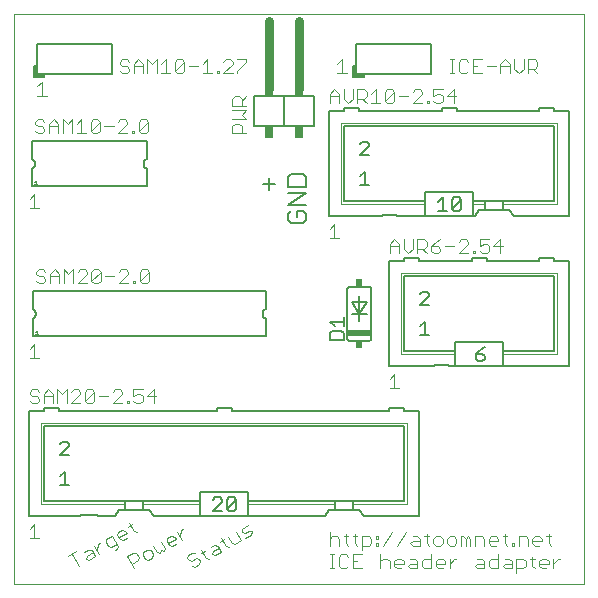
<source format=gto>
G75*
%MOIN*%
%OFA0B0*%
%FSLAX24Y24*%
%IPPOS*%
%LPD*%
%AMOC8*
5,1,8,0,0,1.08239X$1,22.5*
%
%ADD10C,0.0000*%
%ADD11C,0.0040*%
%ADD12C,0.0050*%
%ADD13C,0.0060*%
%ADD14C,0.0020*%
%ADD15C,0.0080*%
%ADD16C,0.0010*%
%ADD17R,0.0800X0.0200*%
%ADD18R,0.0200X0.0250*%
%ADD19C,0.0300*%
%ADD20R,0.0300X0.0200*%
%ADD21R,0.0300X0.0400*%
D10*
X001150Y001150D02*
X001150Y020150D01*
X020150Y020150D01*
X020150Y001150D01*
X001150Y001150D01*
D11*
X001670Y002670D02*
X001977Y002670D01*
X001823Y002670D02*
X001823Y003130D01*
X001670Y002977D01*
X002947Y002076D02*
X003213Y002229D01*
X003080Y002153D02*
X003310Y001754D01*
X003537Y001974D02*
X003565Y002079D01*
X003765Y002194D01*
X003726Y002260D02*
X003842Y002061D01*
X003642Y001946D01*
X003537Y001974D01*
X003489Y002212D02*
X003622Y002288D01*
X003726Y002260D01*
X003898Y002271D02*
X003954Y002480D01*
X004020Y002519D01*
X004192Y002529D02*
X004220Y002634D01*
X004419Y002749D01*
X004611Y002417D01*
X004583Y002312D01*
X004516Y002273D01*
X004373Y002368D02*
X004572Y002483D01*
X004667Y002626D02*
X004590Y002759D01*
X004618Y002864D01*
X004751Y002941D01*
X004856Y002913D01*
X004894Y002846D01*
X004629Y002693D01*
X004667Y002626D02*
X004772Y002598D01*
X004905Y002675D01*
X005132Y002895D02*
X005237Y002867D01*
X005132Y002895D02*
X004979Y003161D01*
X004951Y003056D02*
X005084Y003132D01*
X004373Y002368D02*
X004268Y002396D01*
X004192Y002529D01*
X003821Y002404D02*
X003974Y002138D01*
X004915Y002076D02*
X005115Y002191D01*
X005219Y002163D01*
X005296Y002030D01*
X005268Y001925D01*
X005069Y001810D01*
X005146Y001677D02*
X004915Y002076D01*
X005429Y002107D02*
X005506Y001974D01*
X005611Y001946D01*
X005744Y002023D01*
X005772Y002127D01*
X005695Y002260D01*
X005590Y002288D01*
X005457Y002212D01*
X005429Y002107D01*
X005789Y002404D02*
X005905Y002204D01*
X006009Y002176D01*
X006037Y002281D01*
X006142Y002253D01*
X006170Y002358D01*
X006055Y002557D01*
X006227Y002567D02*
X006303Y002434D01*
X006408Y002406D01*
X006541Y002483D01*
X006531Y002654D02*
X006265Y002501D01*
X006227Y002567D02*
X006255Y002672D01*
X006388Y002749D01*
X006492Y002721D01*
X006531Y002654D01*
X006664Y002731D02*
X006720Y002941D01*
X006786Y002979D01*
X006587Y002864D02*
X006740Y002598D01*
X006950Y002114D02*
X007083Y002191D01*
X007188Y002163D01*
X007198Y001992D02*
X007303Y001964D01*
X007341Y001897D01*
X007313Y001792D01*
X007180Y001716D01*
X007076Y001744D01*
X007065Y001915D02*
X007198Y001992D01*
X007065Y001915D02*
X006961Y001943D01*
X006922Y002010D01*
X006950Y002114D01*
X007359Y002173D02*
X007492Y002250D01*
X007387Y002278D02*
X007541Y002012D01*
X007646Y001984D01*
X007740Y002127D02*
X007768Y002232D01*
X007968Y002347D01*
X007929Y002414D02*
X008044Y002214D01*
X007845Y002099D01*
X007740Y002127D01*
X007692Y002365D02*
X007824Y002442D01*
X007929Y002414D01*
X008024Y002557D02*
X008157Y002634D01*
X008052Y002662D02*
X008205Y002396D01*
X008310Y002368D01*
X008405Y002511D02*
X008509Y002483D01*
X008709Y002598D01*
X008555Y002864D01*
X008727Y002874D02*
X008755Y002979D01*
X008954Y003094D01*
X008964Y002923D02*
X008831Y002846D01*
X008727Y002874D01*
X008842Y002675D02*
X009041Y002790D01*
X009069Y002895D01*
X008964Y002923D01*
X008405Y002511D02*
X008290Y002710D01*
X011670Y002650D02*
X011747Y002727D01*
X011900Y002727D01*
X011977Y002650D01*
X011977Y002420D01*
X012207Y002497D02*
X012284Y002420D01*
X012207Y002497D02*
X012207Y002804D01*
X012130Y002727D02*
X012284Y002727D01*
X012437Y002727D02*
X012591Y002727D01*
X012514Y002804D02*
X012514Y002497D01*
X012591Y002420D01*
X012744Y002420D02*
X012974Y002420D01*
X013051Y002497D01*
X013051Y002650D01*
X012974Y002727D01*
X012744Y002727D01*
X012744Y002267D01*
X012744Y002130D02*
X012437Y002130D01*
X012437Y001670D01*
X012744Y001670D01*
X012591Y001900D02*
X012437Y001900D01*
X012284Y001747D02*
X012207Y001670D01*
X012054Y001670D01*
X011977Y001747D01*
X011977Y002054D01*
X012054Y002130D01*
X012207Y002130D01*
X012284Y002054D01*
X011823Y002130D02*
X011670Y002130D01*
X011747Y002130D02*
X011747Y001670D01*
X011823Y001670D02*
X011670Y001670D01*
X011670Y002420D02*
X011670Y002880D01*
X013205Y002727D02*
X013205Y002650D01*
X013281Y002650D01*
X013281Y002727D01*
X013205Y002727D01*
X013205Y002497D02*
X013205Y002420D01*
X013281Y002420D01*
X013281Y002497D01*
X013205Y002497D01*
X013358Y002130D02*
X013358Y001670D01*
X013358Y001900D02*
X013435Y001977D01*
X013588Y001977D01*
X013665Y001900D01*
X013665Y001670D01*
X013818Y001747D02*
X013818Y001900D01*
X013895Y001977D01*
X014049Y001977D01*
X014125Y001900D01*
X014125Y001823D01*
X013818Y001823D01*
X013818Y001747D02*
X013895Y001670D01*
X014049Y001670D01*
X014279Y001747D02*
X014356Y001670D01*
X014586Y001670D01*
X014586Y001900D01*
X014509Y001977D01*
X014356Y001977D01*
X014356Y001823D02*
X014586Y001823D01*
X014739Y001747D02*
X014816Y001670D01*
X015046Y001670D01*
X015046Y002130D01*
X015046Y001977D02*
X014816Y001977D01*
X014739Y001900D01*
X014739Y001747D01*
X014356Y001823D02*
X014279Y001747D01*
X014432Y002420D02*
X014356Y002497D01*
X014432Y002573D01*
X014663Y002573D01*
X014663Y002650D02*
X014663Y002420D01*
X014432Y002420D01*
X014432Y002727D02*
X014586Y002727D01*
X014663Y002650D01*
X014816Y002727D02*
X014969Y002727D01*
X014893Y002804D02*
X014893Y002497D01*
X014969Y002420D01*
X015123Y002497D02*
X015200Y002420D01*
X015353Y002420D01*
X015430Y002497D01*
X015430Y002650D01*
X015353Y002727D01*
X015200Y002727D01*
X015123Y002650D01*
X015123Y002497D01*
X015583Y002497D02*
X015660Y002420D01*
X015814Y002420D01*
X015890Y002497D01*
X015890Y002650D01*
X015814Y002727D01*
X015660Y002727D01*
X015583Y002650D01*
X015583Y002497D01*
X016044Y002420D02*
X016044Y002727D01*
X016120Y002727D01*
X016197Y002650D01*
X016274Y002727D01*
X016351Y002650D01*
X016351Y002420D01*
X016504Y002420D02*
X016504Y002727D01*
X016734Y002727D01*
X016811Y002650D01*
X016811Y002420D01*
X016965Y002497D02*
X016965Y002650D01*
X017041Y002727D01*
X017195Y002727D01*
X017271Y002650D01*
X017271Y002573D01*
X016965Y002573D01*
X016965Y002497D02*
X017041Y002420D01*
X017195Y002420D01*
X017271Y002130D02*
X017271Y001670D01*
X017041Y001670D01*
X016965Y001747D01*
X016965Y001900D01*
X017041Y001977D01*
X017271Y001977D01*
X017502Y001977D02*
X017655Y001977D01*
X017732Y001900D01*
X017732Y001670D01*
X017502Y001670D01*
X017425Y001747D01*
X017502Y001823D01*
X017732Y001823D01*
X017885Y001670D02*
X018115Y001670D01*
X018192Y001747D01*
X018192Y001900D01*
X018115Y001977D01*
X017885Y001977D01*
X017885Y001517D01*
X018422Y001747D02*
X018499Y001670D01*
X018422Y001747D02*
X018422Y002054D01*
X018346Y001977D02*
X018499Y001977D01*
X018653Y001900D02*
X018729Y001977D01*
X018883Y001977D01*
X018960Y001900D01*
X018960Y001823D01*
X018653Y001823D01*
X018653Y001747D02*
X018653Y001900D01*
X018653Y001747D02*
X018729Y001670D01*
X018883Y001670D01*
X019113Y001670D02*
X019113Y001977D01*
X019266Y001977D02*
X019113Y001823D01*
X019266Y001977D02*
X019343Y001977D01*
X019036Y002420D02*
X018960Y002497D01*
X018960Y002804D01*
X018883Y002727D02*
X019036Y002727D01*
X018729Y002650D02*
X018729Y002573D01*
X018422Y002573D01*
X018422Y002497D02*
X018422Y002650D01*
X018499Y002727D01*
X018653Y002727D01*
X018729Y002650D01*
X018653Y002420D02*
X018499Y002420D01*
X018422Y002497D01*
X018269Y002420D02*
X018269Y002650D01*
X018192Y002727D01*
X017962Y002727D01*
X017962Y002420D01*
X017809Y002420D02*
X017732Y002420D01*
X017732Y002497D01*
X017809Y002497D01*
X017809Y002420D01*
X017578Y002420D02*
X017502Y002497D01*
X017502Y002804D01*
X017425Y002727D02*
X017578Y002727D01*
X016811Y001900D02*
X016811Y001670D01*
X016581Y001670D01*
X016504Y001747D01*
X016581Y001823D01*
X016811Y001823D01*
X016811Y001900D02*
X016734Y001977D01*
X016581Y001977D01*
X016197Y002420D02*
X016197Y002650D01*
X015890Y001977D02*
X015814Y001977D01*
X015660Y001823D01*
X015660Y001670D02*
X015660Y001977D01*
X015507Y001900D02*
X015507Y001823D01*
X015200Y001823D01*
X015200Y001747D02*
X015200Y001900D01*
X015276Y001977D01*
X015430Y001977D01*
X015507Y001900D01*
X015430Y001670D02*
X015276Y001670D01*
X015200Y001747D01*
X013895Y002420D02*
X014202Y002880D01*
X013742Y002880D02*
X013435Y002420D01*
X013670Y007670D02*
X013977Y007670D01*
X013823Y007670D02*
X013823Y008130D01*
X013670Y007977D01*
X013670Y012170D02*
X013670Y012477D01*
X013823Y012630D01*
X013977Y012477D01*
X013977Y012170D01*
X014130Y012323D02*
X014284Y012170D01*
X014437Y012323D01*
X014437Y012630D01*
X014591Y012630D02*
X014821Y012630D01*
X014898Y012554D01*
X014898Y012400D01*
X014821Y012323D01*
X014591Y012323D01*
X014591Y012170D02*
X014591Y012630D01*
X014744Y012323D02*
X014898Y012170D01*
X015051Y012247D02*
X015051Y012400D01*
X015281Y012400D01*
X015358Y012323D01*
X015358Y012247D01*
X015281Y012170D01*
X015128Y012170D01*
X015051Y012247D01*
X015051Y012400D02*
X015205Y012554D01*
X015358Y012630D01*
X015512Y012400D02*
X015818Y012400D01*
X015972Y012554D02*
X016049Y012630D01*
X016202Y012630D01*
X016279Y012554D01*
X016279Y012477D01*
X015972Y012170D01*
X016279Y012170D01*
X016432Y012170D02*
X016509Y012170D01*
X016509Y012247D01*
X016432Y012247D01*
X016432Y012170D01*
X016663Y012247D02*
X016739Y012170D01*
X016893Y012170D01*
X016969Y012247D01*
X016969Y012400D01*
X016893Y012477D01*
X016816Y012477D01*
X016663Y012400D01*
X016663Y012630D01*
X016969Y012630D01*
X017123Y012400D02*
X017430Y012400D01*
X017353Y012170D02*
X017353Y012630D01*
X017123Y012400D01*
X014130Y012323D02*
X014130Y012630D01*
X013977Y012400D02*
X013670Y012400D01*
X011977Y012670D02*
X011670Y012670D01*
X011823Y012670D02*
X011823Y013130D01*
X011670Y012977D01*
X008880Y016170D02*
X008420Y016170D01*
X008420Y016400D01*
X008496Y016477D01*
X008650Y016477D01*
X008727Y016400D01*
X008727Y016170D01*
X008880Y016630D02*
X008420Y016630D01*
X008420Y016937D02*
X008880Y016937D01*
X008727Y016784D01*
X008880Y016630D01*
X008880Y017091D02*
X008420Y017091D01*
X008420Y017321D01*
X008496Y017398D01*
X008650Y017398D01*
X008727Y017321D01*
X008727Y017091D01*
X008727Y017244D02*
X008880Y017398D01*
X008583Y018170D02*
X008583Y018247D01*
X008890Y018554D01*
X008890Y018630D01*
X008583Y018630D01*
X008430Y018554D02*
X008430Y018477D01*
X008123Y018170D01*
X008430Y018170D01*
X008430Y018554D02*
X008353Y018630D01*
X008200Y018630D01*
X008123Y018554D01*
X007969Y018247D02*
X007969Y018170D01*
X007893Y018170D01*
X007893Y018247D01*
X007969Y018247D01*
X007739Y018170D02*
X007432Y018170D01*
X007586Y018170D02*
X007586Y018630D01*
X007432Y018477D01*
X007279Y018400D02*
X006972Y018400D01*
X006818Y018247D02*
X006742Y018170D01*
X006588Y018170D01*
X006512Y018247D01*
X006818Y018554D01*
X006818Y018247D01*
X006512Y018247D02*
X006512Y018554D01*
X006588Y018630D01*
X006742Y018630D01*
X006818Y018554D01*
X006358Y018170D02*
X006051Y018170D01*
X005898Y018170D02*
X005898Y018630D01*
X005744Y018477D01*
X005591Y018630D01*
X005591Y018170D01*
X005437Y018170D02*
X005437Y018477D01*
X005284Y018630D01*
X005130Y018477D01*
X005130Y018170D01*
X004977Y018247D02*
X004977Y018323D01*
X004900Y018400D01*
X004747Y018400D01*
X004670Y018477D01*
X004670Y018554D01*
X004747Y018630D01*
X004900Y018630D01*
X004977Y018554D01*
X005130Y018400D02*
X005437Y018400D01*
X004977Y018247D02*
X004900Y018170D01*
X004747Y018170D01*
X004670Y018247D01*
X006051Y018477D02*
X006205Y018630D01*
X006205Y018170D01*
X005534Y016630D02*
X005611Y016554D01*
X005304Y016247D01*
X005381Y016170D01*
X005534Y016170D01*
X005611Y016247D01*
X005611Y016554D01*
X005534Y016630D02*
X005381Y016630D01*
X005304Y016554D01*
X005304Y016247D01*
X005151Y016247D02*
X005151Y016170D01*
X005074Y016170D01*
X005074Y016247D01*
X005151Y016247D01*
X004920Y016170D02*
X004613Y016170D01*
X004920Y016477D01*
X004920Y016554D01*
X004844Y016630D01*
X004690Y016630D01*
X004613Y016554D01*
X004460Y016400D02*
X004153Y016400D01*
X004000Y016247D02*
X003923Y016170D01*
X003769Y016170D01*
X003693Y016247D01*
X004000Y016554D01*
X004000Y016247D01*
X004000Y016554D02*
X003923Y016630D01*
X003769Y016630D01*
X003693Y016554D01*
X003693Y016247D01*
X003539Y016170D02*
X003232Y016170D01*
X003079Y016170D02*
X003079Y016630D01*
X002925Y016477D01*
X002772Y016630D01*
X002772Y016170D01*
X002618Y016170D02*
X002618Y016477D01*
X002465Y016630D01*
X002311Y016477D01*
X002311Y016170D01*
X002158Y016247D02*
X002081Y016170D01*
X001928Y016170D01*
X001851Y016247D01*
X001928Y016400D02*
X001851Y016477D01*
X001851Y016554D01*
X001928Y016630D01*
X002081Y016630D01*
X002158Y016554D01*
X002081Y016400D02*
X002158Y016323D01*
X002158Y016247D01*
X002081Y016400D02*
X001928Y016400D01*
X002311Y016400D02*
X002618Y016400D01*
X003232Y016477D02*
X003386Y016630D01*
X003386Y016170D01*
X002227Y017420D02*
X001920Y017420D01*
X002073Y017420D02*
X002073Y017880D01*
X001920Y017727D01*
X001823Y014130D02*
X001823Y013670D01*
X001670Y013670D02*
X001977Y013670D01*
X001670Y013977D02*
X001823Y014130D01*
X001959Y011630D02*
X001883Y011554D01*
X001883Y011477D01*
X001959Y011400D01*
X002113Y011400D01*
X002190Y011323D01*
X002190Y011247D01*
X002113Y011170D01*
X001959Y011170D01*
X001883Y011247D01*
X001959Y011630D02*
X002113Y011630D01*
X002190Y011554D01*
X002343Y011477D02*
X002496Y011630D01*
X002650Y011477D01*
X002650Y011170D01*
X002803Y011170D02*
X002803Y011630D01*
X002957Y011477D01*
X003110Y011630D01*
X003110Y011170D01*
X003264Y011170D02*
X003571Y011477D01*
X003571Y011554D01*
X003494Y011630D01*
X003341Y011630D01*
X003264Y011554D01*
X003264Y011170D02*
X003571Y011170D01*
X003724Y011247D02*
X004031Y011554D01*
X004031Y011247D01*
X003954Y011170D01*
X003801Y011170D01*
X003724Y011247D01*
X003724Y011554D01*
X003801Y011630D01*
X003954Y011630D01*
X004031Y011554D01*
X004185Y011400D02*
X004491Y011400D01*
X004645Y011554D02*
X004722Y011630D01*
X004875Y011630D01*
X004952Y011554D01*
X004952Y011477D01*
X004645Y011170D01*
X004952Y011170D01*
X005105Y011170D02*
X005182Y011170D01*
X005182Y011247D01*
X005105Y011247D01*
X005105Y011170D01*
X005336Y011247D02*
X005336Y011554D01*
X005412Y011630D01*
X005566Y011630D01*
X005642Y011554D01*
X005336Y011247D01*
X005412Y011170D01*
X005566Y011170D01*
X005642Y011247D01*
X005642Y011554D01*
X002650Y011400D02*
X002343Y011400D01*
X002343Y011477D02*
X002343Y011170D01*
X001823Y009130D02*
X001670Y008977D01*
X001823Y009130D02*
X001823Y008670D01*
X001670Y008670D02*
X001977Y008670D01*
X001900Y007630D02*
X001747Y007630D01*
X001670Y007554D01*
X001670Y007477D01*
X001747Y007400D01*
X001900Y007400D01*
X001977Y007323D01*
X001977Y007247D01*
X001900Y007170D01*
X001747Y007170D01*
X001670Y007247D01*
X001977Y007554D02*
X001900Y007630D01*
X002130Y007477D02*
X002130Y007170D01*
X002130Y007400D02*
X002437Y007400D01*
X002437Y007477D02*
X002284Y007630D01*
X002130Y007477D01*
X002437Y007477D02*
X002437Y007170D01*
X002591Y007170D02*
X002591Y007630D01*
X002744Y007477D01*
X002898Y007630D01*
X002898Y007170D01*
X003051Y007170D02*
X003358Y007477D01*
X003358Y007554D01*
X003281Y007630D01*
X003128Y007630D01*
X003051Y007554D01*
X003051Y007170D02*
X003358Y007170D01*
X003512Y007247D02*
X003818Y007554D01*
X003818Y007247D01*
X003742Y007170D01*
X003588Y007170D01*
X003512Y007247D01*
X003512Y007554D01*
X003588Y007630D01*
X003742Y007630D01*
X003818Y007554D01*
X003972Y007400D02*
X004279Y007400D01*
X004432Y007554D02*
X004509Y007630D01*
X004663Y007630D01*
X004739Y007554D01*
X004739Y007477D01*
X004432Y007170D01*
X004739Y007170D01*
X004893Y007170D02*
X004969Y007170D01*
X004969Y007247D01*
X004893Y007247D01*
X004893Y007170D01*
X005123Y007247D02*
X005200Y007170D01*
X005353Y007170D01*
X005430Y007247D01*
X005430Y007400D01*
X005353Y007477D01*
X005276Y007477D01*
X005123Y007400D01*
X005123Y007630D01*
X005430Y007630D01*
X005583Y007400D02*
X005890Y007400D01*
X005814Y007170D02*
X005814Y007630D01*
X005583Y007400D01*
X011670Y017170D02*
X011670Y017477D01*
X011823Y017630D01*
X011977Y017477D01*
X011977Y017170D01*
X012130Y017323D02*
X012284Y017170D01*
X012437Y017323D01*
X012437Y017630D01*
X012591Y017630D02*
X012821Y017630D01*
X012898Y017554D01*
X012898Y017400D01*
X012821Y017323D01*
X012591Y017323D01*
X012591Y017170D02*
X012591Y017630D01*
X012744Y017323D02*
X012898Y017170D01*
X013051Y017170D02*
X013358Y017170D01*
X013205Y017170D02*
X013205Y017630D01*
X013051Y017477D01*
X013512Y017554D02*
X013512Y017247D01*
X013818Y017554D01*
X013818Y017247D01*
X013742Y017170D01*
X013588Y017170D01*
X013512Y017247D01*
X013512Y017554D02*
X013588Y017630D01*
X013742Y017630D01*
X013818Y017554D01*
X013972Y017400D02*
X014279Y017400D01*
X014432Y017554D02*
X014509Y017630D01*
X014663Y017630D01*
X014739Y017554D01*
X014739Y017477D01*
X014432Y017170D01*
X014739Y017170D01*
X014893Y017170D02*
X014969Y017170D01*
X014969Y017247D01*
X014893Y017247D01*
X014893Y017170D01*
X015123Y017247D02*
X015200Y017170D01*
X015353Y017170D01*
X015430Y017247D01*
X015430Y017400D01*
X015353Y017477D01*
X015276Y017477D01*
X015123Y017400D01*
X015123Y017630D01*
X015430Y017630D01*
X015583Y017400D02*
X015890Y017400D01*
X015814Y017170D02*
X015814Y017630D01*
X015583Y017400D01*
X015670Y018170D02*
X015823Y018170D01*
X015747Y018170D02*
X015747Y018630D01*
X015823Y018630D02*
X015670Y018630D01*
X015977Y018554D02*
X015977Y018247D01*
X016054Y018170D01*
X016207Y018170D01*
X016284Y018247D01*
X016437Y018170D02*
X016744Y018170D01*
X016591Y018400D02*
X016437Y018400D01*
X016284Y018554D02*
X016207Y018630D01*
X016054Y018630D01*
X015977Y018554D01*
X016437Y018630D02*
X016437Y018170D01*
X016437Y018630D02*
X016744Y018630D01*
X016898Y018400D02*
X017205Y018400D01*
X017358Y018400D02*
X017665Y018400D01*
X017665Y018477D02*
X017665Y018170D01*
X017818Y018323D02*
X017972Y018170D01*
X018125Y018323D01*
X018125Y018630D01*
X018279Y018630D02*
X018509Y018630D01*
X018586Y018554D01*
X018586Y018400D01*
X018509Y018323D01*
X018279Y018323D01*
X018279Y018170D02*
X018279Y018630D01*
X018432Y018323D02*
X018586Y018170D01*
X017818Y018323D02*
X017818Y018630D01*
X017665Y018477D02*
X017512Y018630D01*
X017358Y018477D01*
X017358Y018170D01*
X012227Y018170D02*
X011920Y018170D01*
X012073Y018170D02*
X012073Y018630D01*
X011920Y018477D01*
X012130Y017630D02*
X012130Y017323D01*
X011977Y017400D02*
X011670Y017400D01*
D12*
X012450Y018050D02*
X012800Y018050D01*
X012800Y018100D01*
X012500Y018100D01*
X012500Y018400D01*
X012450Y018400D01*
X012450Y018050D01*
X012550Y018150D02*
X012800Y018150D01*
X012800Y018100D01*
X012800Y018150D02*
X015050Y018150D01*
X015050Y019150D01*
X012550Y019150D01*
X012550Y018400D01*
X012500Y018400D01*
X012550Y018400D02*
X012550Y018150D01*
X012750Y015875D02*
X012675Y015800D01*
X012750Y015875D02*
X012900Y015875D01*
X012975Y015800D01*
X012975Y015725D01*
X012675Y015425D01*
X012975Y015425D01*
X012825Y014875D02*
X012675Y014725D01*
X012825Y014875D02*
X012825Y014425D01*
X012675Y014425D02*
X012975Y014425D01*
X010875Y014390D02*
X010875Y014696D01*
X010773Y014797D01*
X010366Y014797D01*
X010264Y014696D01*
X010264Y014390D01*
X010875Y014390D01*
X010875Y014190D02*
X010264Y014190D01*
X010264Y013783D02*
X010875Y014190D01*
X010875Y013783D02*
X010264Y013783D01*
X010366Y013582D02*
X010264Y013480D01*
X010264Y013277D01*
X010366Y013175D01*
X010773Y013175D01*
X010875Y013277D01*
X010875Y013480D01*
X010773Y013582D01*
X010570Y013582D01*
X010570Y013379D01*
X009629Y014277D02*
X009629Y014684D01*
X009832Y014480D02*
X009425Y014480D01*
X012125Y010036D02*
X012125Y009735D01*
X012125Y009886D02*
X011675Y009886D01*
X011825Y009735D01*
X011750Y009575D02*
X011675Y009500D01*
X011675Y009275D01*
X012125Y009275D01*
X012125Y009500D01*
X012050Y009575D01*
X011750Y009575D01*
X014675Y009425D02*
X014975Y009425D01*
X014825Y009425D02*
X014825Y009875D01*
X014675Y009725D01*
X014675Y010425D02*
X014975Y010725D01*
X014975Y010800D01*
X014900Y010875D01*
X014750Y010875D01*
X014675Y010800D01*
X014675Y010425D02*
X014975Y010425D01*
X016525Y008800D02*
X016750Y008800D01*
X016825Y008725D01*
X016825Y008650D01*
X016750Y008575D01*
X016600Y008575D01*
X016525Y008650D01*
X016525Y008800D01*
X016675Y008950D01*
X016825Y009025D01*
X015961Y013575D02*
X015810Y013575D01*
X015735Y013650D01*
X016036Y013950D01*
X016036Y013650D01*
X015961Y013575D01*
X015735Y013650D02*
X015735Y013950D01*
X015810Y014025D01*
X015961Y014025D01*
X016036Y013950D01*
X015575Y013575D02*
X015275Y013575D01*
X015425Y013575D02*
X015425Y014025D01*
X015275Y013875D01*
X008461Y004025D02*
X008536Y003950D01*
X008235Y003650D01*
X008310Y003575D01*
X008461Y003575D01*
X008536Y003650D01*
X008536Y003950D01*
X008461Y004025D02*
X008310Y004025D01*
X008235Y003950D01*
X008235Y003650D01*
X008075Y003575D02*
X007775Y003575D01*
X008075Y003875D01*
X008075Y003950D01*
X008000Y004025D01*
X007850Y004025D01*
X007775Y003950D01*
X002975Y004425D02*
X002675Y004425D01*
X002825Y004425D02*
X002825Y004875D01*
X002675Y004725D01*
X002675Y005425D02*
X002975Y005725D01*
X002975Y005800D01*
X002900Y005875D01*
X002750Y005875D01*
X002675Y005800D01*
X002675Y005425D02*
X002975Y005425D01*
X002150Y018050D02*
X001800Y018050D01*
X001800Y018400D01*
X001850Y018400D01*
X001900Y018400D01*
X001900Y019150D01*
X004400Y019150D01*
X004400Y018150D01*
X002150Y018150D01*
X002150Y018100D01*
X002150Y018050D01*
X002150Y018100D02*
X001850Y018100D01*
X001850Y018400D01*
X001900Y018400D02*
X001900Y018150D01*
X002150Y018150D01*
D13*
X009150Y017400D02*
X009150Y016400D01*
X010150Y016400D01*
X011150Y016400D01*
X011150Y017400D01*
X010150Y017400D01*
X009150Y017400D01*
X010150Y017400D02*
X010150Y016400D01*
X011650Y016900D02*
X011650Y013400D01*
X013400Y013400D01*
X013400Y013450D01*
X013900Y013450D01*
X013900Y013400D01*
X014850Y013400D01*
X014850Y013800D01*
X014850Y013900D01*
X012150Y013900D01*
X012150Y016400D01*
X019150Y016400D01*
X019150Y013900D01*
X017450Y013900D01*
X016850Y013900D01*
X016450Y013900D01*
X016450Y013800D01*
X016450Y013400D01*
X014850Y013400D01*
X014850Y013900D02*
X014850Y014200D01*
X016450Y014200D01*
X016450Y013900D01*
X016650Y013600D02*
X016850Y013600D01*
X017450Y013600D01*
X017450Y013800D01*
X017450Y013900D01*
X017450Y013600D02*
X017650Y013600D01*
X017800Y013400D01*
X019650Y013400D01*
X019650Y016900D01*
X019150Y016900D01*
X019150Y017000D01*
X018650Y017000D01*
X018650Y016900D01*
X015900Y016900D01*
X015900Y017000D01*
X015400Y017000D01*
X015400Y016900D01*
X012650Y016900D01*
X012650Y017000D01*
X012150Y017000D01*
X012150Y016900D01*
X011650Y016900D01*
X014150Y012000D02*
X014150Y011900D01*
X013650Y011900D01*
X013650Y008400D01*
X015150Y008400D01*
X015150Y008450D01*
X015650Y008450D01*
X015650Y008400D01*
X015850Y008400D01*
X015850Y008800D01*
X015850Y008900D01*
X014150Y008900D01*
X014150Y011400D01*
X019150Y011400D01*
X019150Y008900D01*
X017450Y008900D01*
X017450Y008800D01*
X017450Y008400D01*
X015850Y008400D01*
X015850Y008900D02*
X015850Y009200D01*
X017450Y009200D01*
X017450Y008900D01*
X017450Y008400D02*
X019650Y008400D01*
X019650Y011900D01*
X019150Y011900D01*
X019150Y012000D01*
X018650Y012000D01*
X018650Y011900D01*
X016900Y011900D01*
X016900Y012000D01*
X016400Y012000D01*
X016400Y011900D01*
X014650Y011900D01*
X014650Y012000D01*
X014150Y012000D01*
X013050Y010950D02*
X013050Y009350D01*
X013048Y009333D01*
X013044Y009316D01*
X013037Y009300D01*
X013027Y009286D01*
X013014Y009273D01*
X013000Y009263D01*
X012984Y009256D01*
X012967Y009252D01*
X012950Y009250D01*
X012350Y009250D01*
X012333Y009252D01*
X012316Y009256D01*
X012300Y009263D01*
X012286Y009273D01*
X012273Y009286D01*
X012263Y009300D01*
X012256Y009316D01*
X012252Y009333D01*
X012250Y009350D01*
X012250Y010950D01*
X012252Y010967D01*
X012256Y010984D01*
X012263Y011000D01*
X012273Y011014D01*
X012286Y011027D01*
X012300Y011037D01*
X012316Y011044D01*
X012333Y011048D01*
X012350Y011050D01*
X012950Y011050D01*
X012967Y011048D01*
X012984Y011044D01*
X013000Y011037D01*
X013014Y011027D01*
X013027Y011014D01*
X013037Y011000D01*
X013044Y010984D01*
X013048Y010967D01*
X013050Y010950D01*
X012900Y010550D02*
X012650Y010150D01*
X012900Y010150D01*
X012650Y010150D02*
X012650Y009900D01*
X012650Y010150D02*
X012400Y010150D01*
X012650Y010150D02*
X012400Y010550D01*
X012900Y010550D01*
X012650Y010750D02*
X012650Y010150D01*
X013650Y007000D02*
X013650Y006900D01*
X008400Y006900D01*
X008400Y007000D01*
X007900Y007000D01*
X007900Y006900D01*
X002650Y006900D01*
X002650Y007000D01*
X002150Y007000D01*
X002150Y006900D01*
X001650Y006900D01*
X001650Y003400D01*
X003350Y003400D01*
X003350Y003450D01*
X003950Y003450D01*
X003950Y003400D01*
X004500Y003400D01*
X004650Y003600D01*
X004850Y003600D01*
X005450Y003600D01*
X005650Y003600D01*
X005800Y003400D01*
X007350Y003400D01*
X007350Y003800D01*
X007350Y003900D01*
X005450Y003900D01*
X004850Y003900D01*
X002150Y003900D01*
X002150Y006400D01*
X014150Y006400D01*
X014150Y003900D01*
X012450Y003900D01*
X011850Y003900D01*
X008950Y003900D01*
X008950Y003800D01*
X008950Y003400D01*
X007350Y003400D01*
X007350Y003900D02*
X007350Y004200D01*
X008950Y004200D01*
X008950Y003900D01*
X008950Y003400D02*
X011500Y003400D01*
X011650Y003600D01*
X011850Y003600D01*
X012450Y003600D01*
X012450Y003800D01*
X012450Y003900D01*
X012450Y003600D02*
X012650Y003600D01*
X012800Y003400D01*
X014650Y003400D01*
X014650Y006900D01*
X014150Y006900D01*
X014150Y007000D01*
X013650Y007000D01*
X011850Y003900D02*
X011850Y003800D01*
X011850Y003600D01*
X005450Y003600D02*
X005450Y003800D01*
X005450Y003900D01*
X004850Y003900D02*
X004850Y003800D01*
X004850Y003600D01*
X016450Y013400D02*
X016500Y013400D01*
X016650Y013600D01*
X016850Y013600D02*
X016850Y013800D01*
X016850Y013900D01*
D14*
X016850Y013800D02*
X016450Y013800D01*
X017450Y013800D02*
X019250Y013800D01*
X019250Y016500D01*
X012050Y016500D01*
X012050Y013800D01*
X014850Y013800D01*
X014050Y011500D02*
X014050Y008800D01*
X015850Y008800D01*
X017450Y008800D02*
X019250Y008800D01*
X019250Y011500D01*
X014050Y011500D01*
X014250Y006500D02*
X002050Y006500D01*
X002050Y003800D01*
X004850Y003800D01*
X005450Y003800D02*
X007350Y003800D01*
X008950Y003800D02*
X011850Y003800D01*
X012450Y003800D02*
X014250Y003800D01*
X014250Y006500D01*
D15*
X009528Y009993D02*
X009507Y010005D01*
X009488Y010020D01*
X009470Y010037D01*
X009456Y010057D01*
X009444Y010079D01*
X009436Y010102D01*
X009431Y010126D01*
X009429Y010150D01*
X009431Y010174D01*
X009436Y010198D01*
X009444Y010221D01*
X009456Y010243D01*
X009470Y010263D01*
X009488Y010280D01*
X009507Y010295D01*
X009528Y010307D01*
X009528Y010898D01*
X001772Y010898D01*
X001772Y010307D01*
X001793Y010295D01*
X001812Y010280D01*
X001830Y010263D01*
X001844Y010243D01*
X001856Y010221D01*
X001864Y010198D01*
X001869Y010174D01*
X001871Y010150D01*
X001869Y010126D01*
X001864Y010102D01*
X001856Y010079D01*
X001844Y010057D01*
X001830Y010037D01*
X001812Y010020D01*
X001793Y010005D01*
X001772Y009993D01*
X001772Y009402D01*
X009528Y009402D01*
X009528Y009993D01*
X005559Y014402D02*
X005559Y014993D01*
X005538Y015005D01*
X005519Y015020D01*
X005501Y015037D01*
X005487Y015057D01*
X005475Y015079D01*
X005467Y015102D01*
X005462Y015126D01*
X005460Y015150D01*
X005462Y015174D01*
X005467Y015198D01*
X005475Y015221D01*
X005487Y015243D01*
X005501Y015263D01*
X005519Y015280D01*
X005538Y015295D01*
X005559Y015307D01*
X005559Y015898D01*
X001741Y015898D01*
X001741Y015307D01*
X001762Y015295D01*
X001781Y015280D01*
X001799Y015263D01*
X001813Y015243D01*
X001825Y015221D01*
X001833Y015198D01*
X001838Y015174D01*
X001840Y015150D01*
X001838Y015126D01*
X001833Y015102D01*
X001825Y015079D01*
X001813Y015057D01*
X001799Y015037D01*
X001781Y015020D01*
X001762Y015005D01*
X001741Y014993D01*
X001741Y014402D01*
X005559Y014402D01*
D16*
X001898Y014466D02*
X001824Y014466D01*
X001861Y014466D02*
X001861Y014576D01*
X001824Y014539D01*
X001892Y009576D02*
X001892Y009466D01*
X001856Y009466D02*
X001929Y009466D01*
X001856Y009539D02*
X001892Y009576D01*
D17*
X012650Y009500D03*
D18*
X012650Y009125D03*
X012650Y011175D03*
D19*
X010650Y017650D02*
X010650Y019900D01*
X009650Y019900D02*
X009650Y017650D01*
D20*
X009650Y017500D03*
X010650Y017500D03*
D21*
X010650Y016200D03*
X009650Y016200D03*
M02*

</source>
